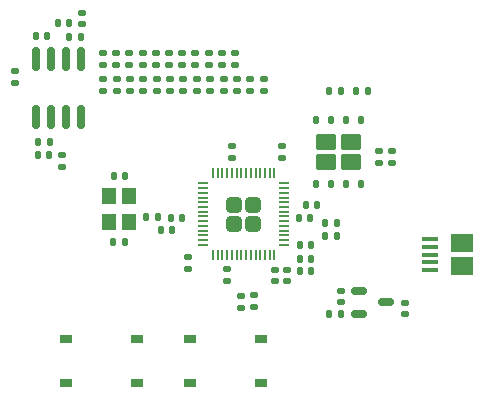
<source format=gbr>
%TF.GenerationSoftware,KiCad,Pcbnew,7.0.7*%
%TF.CreationDate,2023-09-18T16:24:31-07:00*%
%TF.ProjectId,pi_pico_dds,70695f70-6963-46f5-9f64-64732e6b6963,rev?*%
%TF.SameCoordinates,Original*%
%TF.FileFunction,Paste,Top*%
%TF.FilePolarity,Positive*%
%FSLAX46Y46*%
G04 Gerber Fmt 4.6, Leading zero omitted, Abs format (unit mm)*
G04 Created by KiCad (PCBNEW 7.0.7) date 2023-09-18 16:24:31*
%MOMM*%
%LPD*%
G01*
G04 APERTURE LIST*
G04 Aperture macros list*
%AMRoundRect*
0 Rectangle with rounded corners*
0 $1 Rounding radius*
0 $2 $3 $4 $5 $6 $7 $8 $9 X,Y pos of 4 corners*
0 Add a 4 corners polygon primitive as box body*
4,1,4,$2,$3,$4,$5,$6,$7,$8,$9,$2,$3,0*
0 Add four circle primitives for the rounded corners*
1,1,$1+$1,$2,$3*
1,1,$1+$1,$4,$5*
1,1,$1+$1,$6,$7*
1,1,$1+$1,$8,$9*
0 Add four rect primitives between the rounded corners*
20,1,$1+$1,$2,$3,$4,$5,0*
20,1,$1+$1,$4,$5,$6,$7,0*
20,1,$1+$1,$6,$7,$8,$9,0*
20,1,$1+$1,$8,$9,$2,$3,0*%
G04 Aperture macros list end*
%ADD10R,1.000000X0.750000*%
%ADD11RoundRect,0.135000X0.135000X0.185000X-0.135000X0.185000X-0.135000X-0.185000X0.135000X-0.185000X0*%
%ADD12RoundRect,0.135000X0.185000X-0.135000X0.185000X0.135000X-0.185000X0.135000X-0.185000X-0.135000X0*%
%ADD13RoundRect,0.140000X0.170000X-0.140000X0.170000X0.140000X-0.170000X0.140000X-0.170000X-0.140000X0*%
%ADD14RoundRect,0.140000X0.140000X0.170000X-0.140000X0.170000X-0.140000X-0.170000X0.140000X-0.170000X0*%
%ADD15RoundRect,0.150000X0.150000X-0.825000X0.150000X0.825000X-0.150000X0.825000X-0.150000X-0.825000X0*%
%ADD16RoundRect,0.140000X-0.170000X0.140000X-0.170000X-0.140000X0.170000X-0.140000X0.170000X0.140000X0*%
%ADD17RoundRect,0.150000X-0.512500X-0.150000X0.512500X-0.150000X0.512500X0.150000X-0.512500X0.150000X0*%
%ADD18RoundRect,0.140000X-0.140000X-0.170000X0.140000X-0.170000X0.140000X0.170000X-0.140000X0.170000X0*%
%ADD19RoundRect,0.135000X-0.135000X-0.185000X0.135000X-0.185000X0.135000X0.185000X-0.135000X0.185000X0*%
%ADD20RoundRect,0.135000X-0.185000X0.135000X-0.185000X-0.135000X0.185000X-0.135000X0.185000X0.135000X0*%
%ADD21R,1.350000X0.400000*%
%ADD22R,1.900000X1.500000*%
%ADD23R,1.200000X1.400000*%
%ADD24RoundRect,0.249999X-0.395001X0.395001X-0.395001X-0.395001X0.395001X-0.395001X0.395001X0.395001X0*%
%ADD25RoundRect,0.050000X-0.050000X0.387500X-0.050000X-0.387500X0.050000X-0.387500X0.050000X0.387500X0*%
%ADD26RoundRect,0.050000X-0.387500X0.050000X-0.387500X-0.050000X0.387500X-0.050000X0.387500X0.050000X0*%
%ADD27RoundRect,0.250000X-0.615000X0.435000X-0.615000X-0.435000X0.615000X-0.435000X0.615000X0.435000X0*%
%ADD28RoundRect,0.125000X-0.125000X0.250000X-0.125000X-0.250000X0.125000X-0.250000X0.125000X0.250000X0*%
G04 APERTURE END LIST*
D10*
%TO.C,SW2*%
X183817000Y-96550000D03*
X189817000Y-96550000D03*
X183817000Y-100300000D03*
X189817000Y-100300000D03*
%TD*%
%TO.C,SW1*%
X173313000Y-96550000D03*
X179313000Y-96550000D03*
X173313000Y-100300000D03*
X179313000Y-100300000D03*
%TD*%
D11*
%TO.C,R37*%
X174627000Y-70993000D03*
X173607000Y-70993000D03*
%TD*%
D12*
%TO.C,R36*%
X169037000Y-73912000D03*
X169037000Y-74932000D03*
%TD*%
D13*
%TO.C,C22*%
X174701200Y-68935600D03*
X174701200Y-69895600D03*
%TD*%
D14*
%TO.C,C21*%
X173581000Y-69850000D03*
X172621000Y-69850000D03*
%TD*%
D15*
%TO.C,U4*%
X170764200Y-77811400D03*
X172034200Y-77811400D03*
X173304200Y-77811400D03*
X174574200Y-77811400D03*
X174574200Y-72861400D03*
X173304200Y-72861400D03*
X172034200Y-72861400D03*
X170764200Y-72861400D03*
%TD*%
D12*
%TO.C,R32*%
X177615628Y-75565000D03*
X177615628Y-74545000D03*
%TD*%
%TO.C,R28*%
X182143400Y-75565000D03*
X182143400Y-74545000D03*
%TD*%
D14*
%TO.C,C4*%
X182293200Y-87325200D03*
X181333200Y-87325200D03*
%TD*%
D16*
%TO.C,C12*%
X192024000Y-90706000D03*
X192024000Y-91666000D03*
%TD*%
D17*
%TO.C,U1*%
X198131000Y-92522000D03*
X198131000Y-94422000D03*
X200406000Y-93472000D03*
%TD*%
D18*
%TO.C,C11*%
X193068000Y-86309200D03*
X194028000Y-86309200D03*
%TD*%
D11*
%TO.C,R1*%
X196598000Y-94488000D03*
X195578000Y-94488000D03*
%TD*%
D12*
%TO.C,R15*%
X182051111Y-73361200D03*
X182051111Y-72341200D03*
%TD*%
%TO.C,R13*%
X184290255Y-73361200D03*
X184290255Y-72341200D03*
%TD*%
D16*
%TO.C,C10*%
X186944000Y-90655200D03*
X186944000Y-91615200D03*
%TD*%
D12*
%TO.C,R25*%
X185539229Y-75565000D03*
X185539229Y-74545000D03*
%TD*%
%TO.C,R12*%
X185409827Y-73361200D03*
X185409827Y-72341200D03*
%TD*%
%TO.C,R10*%
X187648977Y-73361200D03*
X187648977Y-72341200D03*
%TD*%
%TO.C,R31*%
X178747571Y-75565000D03*
X178747571Y-74545000D03*
%TD*%
%TO.C,R8*%
X188137800Y-93905800D03*
X188137800Y-92885800D03*
%TD*%
D14*
%TO.C,C8*%
X183156800Y-86309200D03*
X182196800Y-86309200D03*
%TD*%
D13*
%TO.C,C2*%
X196596000Y-93444000D03*
X196596000Y-92484000D03*
%TD*%
D11*
%TO.C,R6*%
X196293200Y-87884000D03*
X195273200Y-87884000D03*
%TD*%
D12*
%TO.C,R23*%
X187803115Y-75565000D03*
X187803115Y-74545000D03*
%TD*%
%TO.C,R29*%
X181011457Y-75565000D03*
X181011457Y-74545000D03*
%TD*%
D13*
%TO.C,C16*%
X200914000Y-81630400D03*
X200914000Y-80670400D03*
%TD*%
D19*
%TO.C,R5*%
X195628800Y-75539600D03*
X196648800Y-75539600D03*
%TD*%
D16*
%TO.C,C1*%
X202057000Y-93500000D03*
X202057000Y-94460000D03*
%TD*%
D12*
%TO.C,R9*%
X189255400Y-93880400D03*
X189255400Y-92860400D03*
%TD*%
%TO.C,R16*%
X180931539Y-73361200D03*
X180931539Y-72341200D03*
%TD*%
%TO.C,R21*%
X190067011Y-75565000D03*
X190067011Y-74545000D03*
%TD*%
%TO.C,R33*%
X176483685Y-75565000D03*
X176483685Y-74545000D03*
%TD*%
%TO.C,R24*%
X186671172Y-75565000D03*
X186671172Y-74545000D03*
%TD*%
D20*
%TO.C,R2*%
X183642000Y-89609200D03*
X183642000Y-90629200D03*
%TD*%
D11*
%TO.C,R4*%
X196293200Y-86766400D03*
X195273200Y-86766400D03*
%TD*%
D21*
%TO.C,J1*%
X204144700Y-90724000D03*
X204144700Y-90074000D03*
X204144700Y-89424000D03*
X204144700Y-88774000D03*
X204144700Y-88124000D03*
D22*
X206844700Y-90424000D03*
X206844700Y-88424000D03*
%TD*%
D12*
%TO.C,R14*%
X183170683Y-73361200D03*
X183170683Y-72341200D03*
%TD*%
%TO.C,R27*%
X183275343Y-75565000D03*
X183275343Y-74545000D03*
%TD*%
%TO.C,R20*%
X176453251Y-73361200D03*
X176453251Y-72341200D03*
%TD*%
D16*
%TO.C,C7*%
X191008000Y-90706000D03*
X191008000Y-91666000D03*
%TD*%
D18*
%TO.C,C19*%
X171726800Y-70916800D03*
X170766800Y-70916800D03*
%TD*%
D23*
%TO.C,Y1*%
X178689000Y-86698000D03*
X178689000Y-84498000D03*
X176989000Y-84498000D03*
X176989000Y-86698000D03*
%TD*%
D12*
%TO.C,R26*%
X184407286Y-75565000D03*
X184407286Y-74545000D03*
%TD*%
%TO.C,R30*%
X179879514Y-75565000D03*
X179879514Y-74545000D03*
%TD*%
%TO.C,R11*%
X186529399Y-73361200D03*
X186529399Y-72341200D03*
%TD*%
D14*
%TO.C,C17*%
X178332600Y-82804000D03*
X177372600Y-82804000D03*
%TD*%
D13*
%TO.C,C6*%
X191617600Y-81201200D03*
X191617600Y-80241200D03*
%TD*%
%TO.C,C15*%
X199796400Y-81630400D03*
X199796400Y-80670400D03*
%TD*%
D19*
%TO.C,R3*%
X197914800Y-75539600D03*
X198934800Y-75539600D03*
%TD*%
D18*
%TO.C,C14*%
X193146800Y-90830400D03*
X194106800Y-90830400D03*
%TD*%
%TO.C,C5*%
X193146800Y-88646000D03*
X194106800Y-88646000D03*
%TD*%
D20*
%TO.C,R35*%
X172974000Y-81024000D03*
X172974000Y-82044000D03*
%TD*%
D11*
%TO.C,R7*%
X181104000Y-86233000D03*
X180084000Y-86233000D03*
%TD*%
D12*
%TO.C,R17*%
X179811967Y-73361200D03*
X179811967Y-72341200D03*
%TD*%
D18*
%TO.C,C3*%
X193626800Y-85191600D03*
X194586800Y-85191600D03*
%TD*%
D11*
%TO.C,R34*%
X171934600Y-79883000D03*
X170914600Y-79883000D03*
%TD*%
D24*
%TO.C,U3*%
X189176000Y-85187500D03*
X187576000Y-85187500D03*
X189176000Y-86787500D03*
X187576000Y-86787500D03*
D25*
X190976000Y-82550000D03*
X190576000Y-82550000D03*
X190176000Y-82550000D03*
X189776000Y-82550000D03*
X189376000Y-82550000D03*
X188976000Y-82550000D03*
X188576000Y-82550000D03*
X188176000Y-82550000D03*
X187776000Y-82550000D03*
X187376000Y-82550000D03*
X186976000Y-82550000D03*
X186576000Y-82550000D03*
X186176000Y-82550000D03*
X185776000Y-82550000D03*
D26*
X184938500Y-83387500D03*
X184938500Y-83787500D03*
X184938500Y-84187500D03*
X184938500Y-84587500D03*
X184938500Y-84987500D03*
X184938500Y-85387500D03*
X184938500Y-85787500D03*
X184938500Y-86187500D03*
X184938500Y-86587500D03*
X184938500Y-86987500D03*
X184938500Y-87387500D03*
X184938500Y-87787500D03*
X184938500Y-88187500D03*
X184938500Y-88587500D03*
D25*
X185776000Y-89425000D03*
X186176000Y-89425000D03*
X186576000Y-89425000D03*
X186976000Y-89425000D03*
X187376000Y-89425000D03*
X187776000Y-89425000D03*
X188176000Y-89425000D03*
X188576000Y-89425000D03*
X188976000Y-89425000D03*
X189376000Y-89425000D03*
X189776000Y-89425000D03*
X190176000Y-89425000D03*
X190576000Y-89425000D03*
X190976000Y-89425000D03*
D26*
X191813500Y-88587500D03*
X191813500Y-88187500D03*
X191813500Y-87787500D03*
X191813500Y-87387500D03*
X191813500Y-86987500D03*
X191813500Y-86587500D03*
X191813500Y-86187500D03*
X191813500Y-85787500D03*
X191813500Y-85387500D03*
X191813500Y-84987500D03*
X191813500Y-84587500D03*
X191813500Y-84187500D03*
X191813500Y-83787500D03*
X191813500Y-83387500D03*
%TD*%
D13*
%TO.C,C9*%
X187401200Y-81201200D03*
X187401200Y-80241200D03*
%TD*%
D12*
%TO.C,R22*%
X188935058Y-75565000D03*
X188935058Y-74545000D03*
%TD*%
D18*
%TO.C,C13*%
X193146800Y-89763600D03*
X194106800Y-89763600D03*
%TD*%
D27*
%TO.C,U2*%
X197459600Y-79857600D03*
X195309600Y-79857600D03*
X197459600Y-81557600D03*
X195309600Y-81557600D03*
D28*
X198289600Y-78007600D03*
X197019600Y-78007600D03*
X195749600Y-78007600D03*
X194479600Y-78007600D03*
X194479600Y-83407600D03*
X195749600Y-83407600D03*
X197019600Y-83407600D03*
X198289600Y-83407600D03*
%TD*%
D18*
%TO.C,C18*%
X177321800Y-88341200D03*
X178281800Y-88341200D03*
%TD*%
%TO.C,C20*%
X170919200Y-81026000D03*
X171879200Y-81026000D03*
%TD*%
D12*
%TO.C,R19*%
X177572823Y-73361200D03*
X177572823Y-72341200D03*
%TD*%
%TO.C,R18*%
X178692395Y-73361200D03*
X178692395Y-72341200D03*
%TD*%
M02*

</source>
